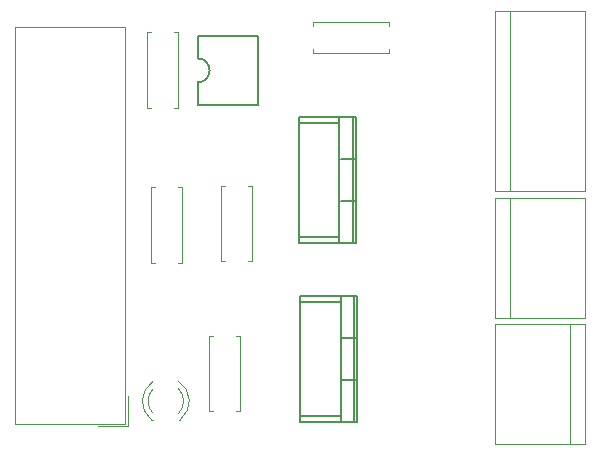
<source format=gbr>
G04 #@! TF.GenerationSoftware,KiCad,Pcbnew,(2017-11-24 revision a01d81e4b)-makepkg*
G04 #@! TF.CreationDate,2018-01-08T10:26:50+07:00*
G04 #@! TF.ProjectId,Motor DC power,4D6F746F7220444320706F7765722E6B,rev?*
G04 #@! TF.SameCoordinates,Original*
G04 #@! TF.FileFunction,Legend,Top*
G04 #@! TF.FilePolarity,Positive*
%FSLAX46Y46*%
G04 Gerber Fmt 4.6, Leading zero omitted, Abs format (unit mm)*
G04 Created by KiCad (PCBNEW (2017-11-24 revision a01d81e4b)-makepkg) date 01/08/18 10:26:50*
%MOMM*%
%LPD*%
G01*
G04 APERTURE LIST*
%ADD10C,0.120000*%
%ADD11C,0.150000*%
%ADD12C,0.152400*%
G04 APERTURE END LIST*
D10*
X110971392Y-118982665D02*
G75*
G03X110814484Y-122215000I1078608J-1672335D01*
G01*
X113128608Y-118982665D02*
G75*
G02X113285516Y-122215000I-1078608J-1672335D01*
G01*
X110970163Y-119613870D02*
G75*
G03X110970000Y-121695961I1079837J-1041130D01*
G01*
X113129837Y-119613870D02*
G75*
G02X113130000Y-121695961I-1079837J-1041130D01*
G01*
X110814000Y-122215000D02*
X110970000Y-122215000D01*
X113130000Y-122215000D02*
X113286000Y-122215000D01*
X117980000Y-115100000D02*
X118310000Y-115100000D01*
X118310000Y-115100000D02*
X118310000Y-121520000D01*
X118310000Y-121520000D02*
X117980000Y-121520000D01*
X116020000Y-115100000D02*
X115690000Y-115100000D01*
X115690000Y-115100000D02*
X115690000Y-121520000D01*
X115690000Y-121520000D02*
X116020000Y-121520000D01*
D11*
X126751000Y-106786000D02*
X123322000Y-106786000D01*
X126751000Y-97134000D02*
X123322000Y-97134000D01*
X127894000Y-107294000D02*
X127894000Y-96626000D01*
X126878000Y-103738000D02*
X128148000Y-103738000D01*
X126878000Y-100182000D02*
X128148000Y-100182000D01*
X126751000Y-96626000D02*
X126751000Y-107294000D01*
X123322000Y-107294000D02*
X123322000Y-96626000D01*
X128148000Y-96626000D02*
X123322000Y-96626000D01*
X128148000Y-107294000D02*
X123322000Y-107294000D01*
X128148000Y-107294000D02*
X128148000Y-96626000D01*
D10*
X99280000Y-122550000D02*
X99280000Y-88990000D01*
X99280000Y-88990000D02*
X108630000Y-88990000D01*
X108630000Y-88990000D02*
X108630000Y-122550000D01*
X108630000Y-122550000D02*
X99280000Y-122550000D01*
X108880000Y-122800000D02*
X108880000Y-120260000D01*
X108880000Y-122800000D02*
X106340000Y-122800000D01*
X139890000Y-87650000D02*
X147510000Y-87650000D01*
X139890000Y-102890000D02*
X147510000Y-102890000D01*
X141160000Y-87650000D02*
X141160000Y-102890000D01*
X147510000Y-87650000D02*
X147510000Y-102890000D01*
X139890000Y-87650000D02*
X139890000Y-102890000D01*
X141160000Y-113640000D02*
X141160000Y-103480000D01*
X139890000Y-113640000D02*
X147510000Y-113640000D01*
X147510000Y-113640000D02*
X147510000Y-103480000D01*
X147510000Y-103480000D02*
X139890000Y-103480000D01*
X139890000Y-103480000D02*
X139890000Y-113640000D01*
X146240000Y-114160000D02*
X146240000Y-124320000D01*
X147510000Y-114160000D02*
X139890000Y-114160000D01*
X139890000Y-114160000D02*
X139890000Y-124320000D01*
X139890000Y-124320000D02*
X147510000Y-124320000D01*
X147510000Y-124320000D02*
X147510000Y-114160000D01*
D11*
X126851000Y-121926000D02*
X123422000Y-121926000D01*
X126851000Y-112274000D02*
X123422000Y-112274000D01*
X127994000Y-122434000D02*
X127994000Y-111766000D01*
X126978000Y-118878000D02*
X128248000Y-118878000D01*
X126978000Y-115322000D02*
X128248000Y-115322000D01*
X126851000Y-111766000D02*
X126851000Y-122434000D01*
X123422000Y-122434000D02*
X123422000Y-111766000D01*
X128248000Y-111766000D02*
X123422000Y-111766000D01*
X128248000Y-122434000D02*
X123422000Y-122434000D01*
X128248000Y-122434000D02*
X128248000Y-111766000D01*
D10*
X110770000Y-95850000D02*
X110440000Y-95850000D01*
X110440000Y-95850000D02*
X110440000Y-89430000D01*
X110440000Y-89430000D02*
X110770000Y-89430000D01*
X112730000Y-95850000D02*
X113060000Y-95850000D01*
X113060000Y-95850000D02*
X113060000Y-89430000D01*
X113060000Y-89430000D02*
X112730000Y-89430000D01*
X124500000Y-88895000D02*
X124500000Y-88565000D01*
X124500000Y-88565000D02*
X130920000Y-88565000D01*
X130920000Y-88565000D02*
X130920000Y-88895000D01*
X124500000Y-90855000D02*
X124500000Y-91185000D01*
X124500000Y-91185000D02*
X130920000Y-91185000D01*
X130920000Y-91185000D02*
X130920000Y-90855000D01*
X111120000Y-108970000D02*
X110790000Y-108970000D01*
X110790000Y-108970000D02*
X110790000Y-102550000D01*
X110790000Y-102550000D02*
X111120000Y-102550000D01*
X113080000Y-108970000D02*
X113410000Y-108970000D01*
X113410000Y-108970000D02*
X113410000Y-102550000D01*
X113410000Y-102550000D02*
X113080000Y-102550000D01*
X117045000Y-108825000D02*
X116715000Y-108825000D01*
X116715000Y-108825000D02*
X116715000Y-102405000D01*
X116715000Y-102405000D02*
X117045000Y-102405000D01*
X119005000Y-108825000D02*
X119335000Y-108825000D01*
X119335000Y-108825000D02*
X119335000Y-102405000D01*
X119335000Y-102405000D02*
X119005000Y-102405000D01*
D12*
X119815000Y-89729000D02*
X114735000Y-89729000D01*
X114735000Y-95571000D02*
X119815000Y-95571000D01*
X119815000Y-89729000D02*
X119815000Y-95571000D01*
X114735000Y-89729000D02*
X114735000Y-91634000D01*
X114735000Y-95571000D02*
X114735000Y-93666000D01*
X114735000Y-91634000D02*
G75*
G02X114735000Y-93666000I0J-1016000D01*
G01*
M02*

</source>
